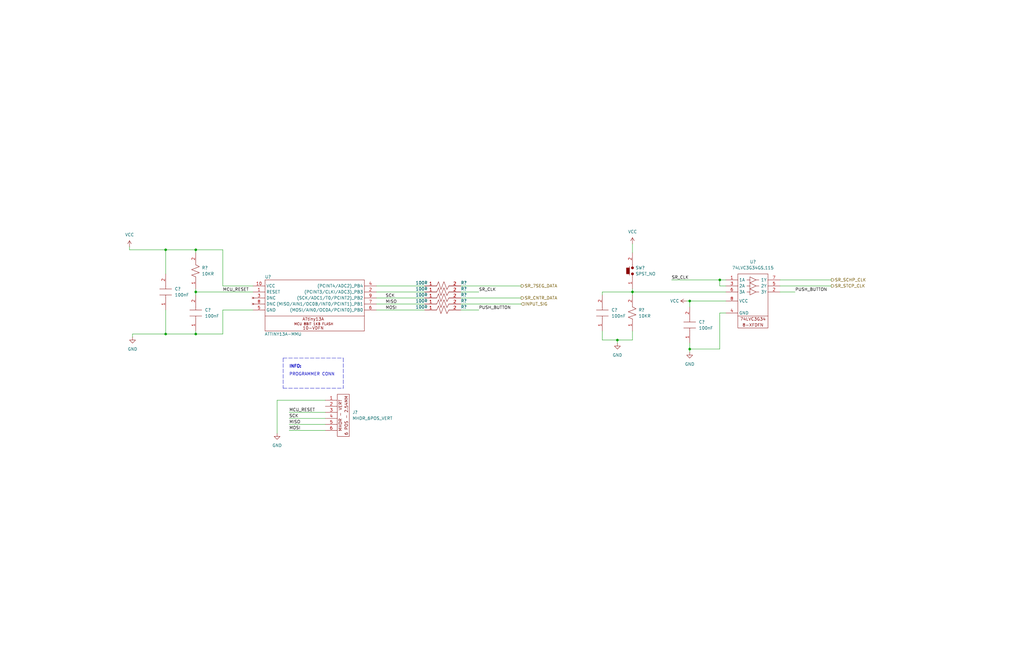
<source format=kicad_sch>
(kicad_sch (version 20211123) (generator eeschema)
  (paper "B")
  (lib_symbols
    (symbol "FREQMeter:100R"
      (property "Reference" "R" (at 16.51 2.54 0))
      (property "Value" "100R" (at -5.08 2.54 0))
      (symbol "100R_0_1"
        (polyline (pts (xy 5.08 0) (xy 5.842 1.778) (xy 6.858 -1.524) (xy 8.128 1.778) (xy 9.398 -1.524) (xy 10.16 0)))
      )
      (symbol "100R_1_1"
        (pin passive line (at 0 0 0) (length 5.08) (name "") (number "1"))
        (pin passive line (at 15.24 0 180) (length 5.08) (name "") (number "2"))
      )
    )
    (symbol "FREQMeter:100nF"
      (property "Reference" "C" (at 15.24 1.27 0))
      (property "Value" "100nF" (at -2.54 1.27 0))
      (symbol "100nF_0_1"
        (polyline (pts (xy 6.35 0) (xy 5.08 0)))
        (polyline (pts (xy 8.89 0) (xy 10.16 0)))
        (polyline (pts (xy 8.89 2.54) (xy 8.89 -2.54)))
        (polyline (pts (xy 6.35 2.54) (xy 6.35 0) (xy 6.35 -2.54)))
      )
      (symbol "100nF_1_1"
        (pin passive line (at 0 0 0) (length 5.08) (name "") (number "1"))
        (pin passive line (at 15.24 0 180) (length 5.08) (name "") (number "2"))
      )
    )
    (symbol "FREQMeter:10KR"
      (property "Reference" "R" (at 16.51 2.54 0))
      (property "Value" "10KR" (at -5.08 2.54 0))
      (symbol "10KR_0_1"
        (polyline (pts (xy 5.08 0) (xy 5.842 1.778) (xy 6.858 -1.524) (xy 8.128 1.778) (xy 9.398 -1.524) (xy 10.16 0)))
      )
      (symbol "10KR_1_1"
        (pin passive line (at 0 0 0) (length 5.08) (name "") (number "1"))
        (pin passive line (at 15.24 0 180) (length 5.08) (name "") (number "2"))
      )
    )
    (symbol "FREQMeter:74LVC3G34GS,115"
      (property "Reference" "U" (at 1.27 6.35 0))
      (property "Value" "74LVC3G34GS,115" (at 8.89 3.81 0))
      (symbol "74LVC3G34GS,115_0_0"
        (text "74LVC3G34" (at 6.35 -19.05 0) (effects (font (size 1.27 1.27))))
        (text "8-XFDFN" (at 6.35 -21.59 0) (effects (font (size 1.27 1.27))))
      )
      (symbol "74LVC3G34GS,115_0_1"
        (polyline (pts (xy 0 -17.78) (xy 12.7 -17.78)))
        (polyline (pts (xy 5.08 -7.62) (xy 3.81 -7.62)))
        (polyline (pts (xy 5.08 -5.08) (xy 3.81 -5.08)))
        (polyline (pts (xy 5.08 -2.54) (xy 3.81 -2.54)))
        (polyline (pts (xy 7.62 -7.62) (xy 8.89 -7.62)))
        (polyline (pts (xy 7.62 -5.08) (xy 8.89 -5.08)))
        (polyline (pts (xy 7.62 -2.54) (xy 8.89 -2.54)))
        (polyline (pts (xy 5.08 -6.35) (xy 5.08 -8.89) (xy 7.62 -7.62) (xy 5.08 -6.35)))
        (polyline (pts (xy 5.08 -3.81) (xy 5.08 -6.35) (xy 7.62 -5.08) (xy 5.08 -3.81)))
        (polyline (pts (xy 5.08 -1.27) (xy 5.08 -3.81) (xy 7.62 -2.54) (xy 5.08 -1.27)))
        (rectangle (start 0 0) (end 12.7 -22.86))
      )
      (symbol "74LVC3G34GS,115_1_1"
        (pin input line (at -5.08 -2.54 0) (length 5.08) (name "1A") (number "1"))
        (pin output line (at 17.78 -7.62 180) (length 5.08) (name "3Y") (number "2"))
        (pin input line (at -5.08 -5.08 0) (length 5.08) (name "2A") (number "3"))
        (pin power_out line (at -5.08 -16.51 0) (length 5.08) (name "GND") (number "4"))
        (pin output line (at 17.78 -5.08 180) (length 5.08) (name "2Y") (number "5"))
        (pin input line (at -5.08 -7.62 0) (length 5.08) (name "3A") (number "6"))
        (pin output line (at 17.78 -2.54 180) (length 5.08) (name "1Y") (number "7"))
        (pin power_in line (at -5.08 -11.43 0) (length 5.08) (name "VCC") (number "8"))
      )
    )
    (symbol "FREQMeter:ATTINY13A-MMU"
      (property "Reference" "U" (at 1.27 1.27 0))
      (property "Value" "ATTINY13A-MMU" (at 7.62 -22.86 0))
      (symbol "ATTINY13A-MMU_0_0"
        (text "10-VDFN" (at 20.32 -20.32 0) (effects (font (size 1.27 1.27))))
        (text "ATtiny13A" (at 20.32 -16.51 0) (effects (font (size 1.27 1.27))))
        (text "MCU 8BIT 1KB FLASH" (at 20.5135 -18.5967 0) (effects (font (size 1.016 1.016))))
      )
      (symbol "ATTINY13A-MMU_0_1"
        (polyline (pts (xy 41.91 -15.24) (xy 0 -15.24)))
        (rectangle (start 0 0) (end 41.91 -21.59))
      )
      (symbol "ATTINY13A-MMU_1_1"
        (pin passive line (at -5.08 -5.08 0) (length 5.08) (name "RESET") (number "1"))
        (pin power_in line (at -5.08 -2.54 0) (length 5.08) (name "VCC") (number "10"))
        (pin bidirectional line (at 46.99 -5.08 180) (length 5.08) (name "(PCINT3/CLKI/ADC3)_PB3") (number "2"))
        (pin no_connect line (at -5.08 -7.62 0) (length 5.08) (name "DNC") (number "3"))
        (pin bidirectional line (at 46.99 -2.54 180) (length 5.08) (name "(PCINT4/ADC2)_PB4") (number "4"))
        (pin power_in line (at -5.08 -12.7 0) (length 5.08) (name "GND") (number "5"))
        (pin bidirectional line (at 46.99 -12.7 180) (length 5.08) (name "(MOSI/AIN0/OC0A/PCINT0)_PB0") (number "6"))
        (pin bidirectional line (at 46.99 -10.16 180) (length 5.08) (name "(MISO/AIN1/OC0B/INT0/PCINT1)_PB1") (number "7"))
        (pin no_connect line (at -5.08 -10.16 0) (length 5.08) (name "DNC") (number "8"))
        (pin bidirectional line (at 46.99 -7.62 180) (length 5.08) (name "(SCK/ADC1/T0/PCINT2)_PB2") (number "9"))
      )
    )
    (symbol "FREQMeter:MHDR_6POS_VERT"
      (property "Reference" "J" (at 0 11.43 0))
      (property "Value" "MHDR_6POS_VERT" (at 5.08 8.89 0))
      (symbol "MHDR_6POS_VERT_0_0"
        (rectangle (start 0 0) (end 5.08 -17.78))
        (text "6 POS - 2.54MM" (at 3.81 -8.89 900) (effects (font (size 1.27 1.27))))
        (text "MHDR - VERT" (at 1.27 -8.89 900) (effects (font (size 1.27 1.27))))
      )
      (symbol "MHDR_6POS_VERT_1_1"
        (pin passive line (at -5.08 -2.54 0) (length 5.08) (name "") (number "1"))
        (pin passive line (at -5.08 -5.08 0) (length 5.08) (name "") (number "2"))
        (pin passive line (at -5.08 -7.62 0) (length 5.08) (name "") (number "3"))
        (pin passive line (at -5.08 -10.16 0) (length 5.08) (name "") (number "4"))
        (pin passive line (at -5.08 -12.7 0) (length 5.08) (name "") (number "5"))
        (pin passive line (at -5.08 -15.24 0) (length 5.08) (name "") (number "6"))
      )
    )
    (symbol "FREQMeter:SPST_NO"
      (property "Reference" "SW" (at 16.51 1.27 0))
      (property "Value" "SPST_NO" (at -3.81 1.27 0))
      (symbol "SPST_NO_0_1"
        (polyline (pts (xy 5.08 0) (xy 6.35 0)))
        (polyline (pts (xy 5.715 1.27) (xy 9.525 1.27)))
        (polyline (pts (xy 10.16 0) (xy 8.89 0)))
        (circle (center 6.35 0) (radius 0.4992) (fill (type outline)))
        (rectangle (start 6.35 2.54) (end 8.89 1.27) (fill (type outline)))
        (circle (center 8.89 0) (radius 0.4992) (fill (type outline)))
      )
      (symbol "SPST_NO_1_1"
        (pin passive line (at 0 0 0) (length 5.08) (name "") (number "1"))
        (pin passive line (at 15.24 0 180) (length 5.08) (name "") (number "2"))
      )
    )
    (symbol "power:GND" (power) (pin_names (offset 0))
      (property "Value" "GND" (at 0 -3.81 0))
      (symbol "GND_0_1"
        (polyline (pts (xy 0 0) (xy 0 -1.27) (xy 1.27 -1.27) (xy 0 -2.54) (xy -1.27 -1.27) (xy 0 -1.27)))
      )
      (symbol "GND_1_1"
        (pin power_in line (at 0 0 270) (length 0) hide (name "GND") (number "1"))
      )
    )
    (symbol "power:VCC" (power) (pin_names (offset 0))
      (property "Value" "VCC" (at 0 3.81 0))
      (symbol "VCC_0_1"
        (polyline (pts (xy -0.762 1.27) (xy 0 2.54)))
        (polyline (pts (xy 0 0) (xy 0 2.54)))
        (polyline (pts (xy 0 2.54) (xy 0.762 1.27)))
      )
      (symbol "VCC_1_1"
        (pin power_in line (at 0 0 90) (length 0) hide (name "VCC") (number "1"))
      )
    )
  )
  (junction (at 69.85 140.97))
  (junction (at 266.7 123.19))
  (junction (at 303.53 118.11))
  (junction (at 260.35 143.51))
  (junction (at 82.55 105.41))
  (junction (at 82.55 140.97))
  (junction (at 69.85 105.41))
  (junction (at 82.55 123.19))
  (junction (at 290.83 127))
  (junction (at 290.83 147.32))
  (wire (pts (xy 137.16 168.91) (xy 116.84 168.91)))
  (wire (pts (xy 158.75 120.65) (xy 179.07 120.65)))
  (wire (pts (xy 69.85 130.81) (xy 69.85 140.97)))
  (wire (pts (xy 290.83 147.32) (xy 290.83 148.59)))
  (polyline (pts (xy 144.78 151.13) (xy 144.78 163.83)))
  (wire (pts (xy 106.68 120.65) (xy 93.98 120.65)))
  (wire (pts (xy 82.55 140.97) (xy 82.55 139.7)))
  (wire (pts (xy 289.56 127) (xy 290.83 127)))
  (wire (pts (xy 266.7 123.19) (xy 306.07 123.19)))
  (wire (pts (xy 194.31 120.65) (xy 219.71 120.65)))
  (wire (pts (xy 290.83 127) (xy 306.07 127)))
  (wire (pts (xy 106.68 130.81) (xy 93.98 130.81)))
  (wire (pts (xy 254 124.46) (xy 254 123.19)))
  (wire (pts (xy 82.55 105.41) (xy 82.55 106.68)))
  (wire (pts (xy 194.31 128.27) (xy 219.71 128.27)))
  (polyline (pts (xy 119.38 151.13) (xy 144.78 151.13)))
  (wire (pts (xy 116.84 168.91) (xy 116.84 182.88)))
  (wire (pts (xy 266.7 139.7) (xy 266.7 143.51)))
  (wire (pts (xy 194.31 123.19) (xy 201.93 123.19)))
  (wire (pts (xy 266.7 123.19) (xy 266.7 124.46)))
  (wire (pts (xy 303.53 118.11) (xy 306.07 118.11)))
  (wire (pts (xy 254 123.19) (xy 266.7 123.19)))
  (wire (pts (xy 82.55 123.19) (xy 106.68 123.19)))
  (wire (pts (xy 328.93 118.11) (xy 350.52 118.11)))
  (wire (pts (xy 82.55 105.41) (xy 69.85 105.41)))
  (wire (pts (xy 290.83 147.32) (xy 290.83 144.78)))
  (wire (pts (xy 93.98 105.41) (xy 82.55 105.41)))
  (wire (pts (xy 121.92 179.07) (xy 137.16 179.07)))
  (wire (pts (xy 303.53 147.32) (xy 290.83 147.32)))
  (wire (pts (xy 54.61 104.14) (xy 54.61 105.41)))
  (wire (pts (xy 158.75 123.19) (xy 179.07 123.19)))
  (wire (pts (xy 93.98 140.97) (xy 82.55 140.97)))
  (wire (pts (xy 82.55 121.92) (xy 82.55 123.19)))
  (wire (pts (xy 328.93 120.65) (xy 350.52 120.65)))
  (wire (pts (xy 158.75 125.73) (xy 179.07 125.73)))
  (wire (pts (xy 93.98 130.81) (xy 93.98 140.97)))
  (wire (pts (xy 260.35 143.51) (xy 260.35 144.78)))
  (wire (pts (xy 306.07 120.65) (xy 303.53 120.65)))
  (wire (pts (xy 303.53 132.08) (xy 303.53 147.32)))
  (wire (pts (xy 283.21 118.11) (xy 303.53 118.11)))
  (wire (pts (xy 55.88 140.97) (xy 55.88 142.24)))
  (polyline (pts (xy 119.38 163.83) (xy 144.78 163.83)))
  (wire (pts (xy 266.7 102.87) (xy 266.7 106.68)))
  (wire (pts (xy 266.7 143.51) (xy 260.35 143.51)))
  (wire (pts (xy 303.53 120.65) (xy 303.53 118.11)))
  (wire (pts (xy 55.88 140.97) (xy 69.85 140.97)))
  (wire (pts (xy 93.98 120.65) (xy 93.98 105.41)))
  (wire (pts (xy 69.85 105.41) (xy 54.61 105.41)))
  (polyline (pts (xy 119.38 151.13) (xy 119.38 163.83)))
  (wire (pts (xy 194.31 130.81) (xy 201.93 130.81)))
  (wire (pts (xy 266.7 121.92) (xy 266.7 123.19)))
  (wire (pts (xy 254 143.51) (xy 254 139.7)))
  (wire (pts (xy 69.85 140.97) (xy 82.55 140.97)))
  (wire (pts (xy 328.93 123.19) (xy 335.28 123.19)))
  (wire (pts (xy 306.07 132.08) (xy 303.53 132.08)))
  (wire (pts (xy 158.75 128.27) (xy 179.07 128.27)))
  (wire (pts (xy 260.35 143.51) (xy 254 143.51)))
  (wire (pts (xy 82.55 123.19) (xy 82.55 124.46)))
  (wire (pts (xy 121.92 173.99) (xy 137.16 173.99)))
  (wire (pts (xy 158.75 130.81) (xy 179.07 130.81)))
  (wire (pts (xy 69.85 105.41) (xy 69.85 115.57)))
  (wire (pts (xy 194.31 125.73) (xy 219.71 125.73)))
  (wire (pts (xy 290.83 127) (xy 290.83 129.54)))
  (wire (pts (xy 121.92 181.61) (xy 137.16 181.61)))
  (wire (pts (xy 121.92 176.53) (xy 137.16 176.53)))
  (text "PROGRAMMER CONN" (at 121.92 158.75 0) (effects (font (size 1.27 1.27)) (justify left bottom)))
  (text "INFO:\n\n" (at 121.92 157.48 0) (effects (font (size 1.27 1.27) (thickness 0.254) bold) (justify left bottom)))
  (label "MISO" (at 162.56 128.27 0))
  (label "MOSI" (at 162.56 130.81 0))
  (label "MOSI" (at 121.92 181.61 0))
  (label "MISO" (at 121.92 179.07 0))
  (label "MCU_RESET" (at 121.92 173.99 0))
  (label "MCU_RESET" (at 93.98 123.19 0))
  (label "PUSH_BUTTON" (at 201.93 130.81 0))
  (label "SR_CLK" (at 283.21 118.11 0))
  (label "SR_CLK" (at 201.93 123.19 0))
  (label "SCK" (at 162.56 125.73 0))
  (label "PUSH_BUTTON" (at 335.28 123.19 0))
  (label "SCK" (at 121.92 176.53 0))
  (hierarchical_label "SR_7SEG_DATA" (shape output) (at 219.71 120.65 0))
  (hierarchical_label "INPUT_SIG" (shape input) (at 219.71 128.27 0))
  (hierarchical_label "SR_STCP_CLK" (shape output) (at 350.52 120.65 0))
  (hierarchical_label "SR_SCHP_CLK" (shape output) (at 350.52 118.11 0))
  (hierarchical_label "SR_CNTR_DATA" (shape output) (at 219.71 125.73 0))
  (symbol (lib_id "FREQMeter:100R") (at 179.07 130.81 0) (unit 1)
    (property "Reference" "R?" (at 195.58 129.54 0))
    (property "Value" "100R" (at 177.8 129.54 0))
    (property "Datasheet" "https://www.seielect.com/catalog/sei-rmcf_rmcp.pdf" (effects hide))
  )
  (symbol (lib_id "FREQMeter:MHDR_6POS_VERT") (at 142.24 166.37 0) (unit 1)
    (property "Reference" "J?" (at 148.59 173.9899 0) (effects (justify left)))
    (property "Value" "MHDR_6POS_VERT" (at 148.59 176.5299 0) (effects (justify left)))
    (property "Datasheet" "https://app.adam-tech.com/products/download/data_sheet/201605/ph1-xx-ua-data-sheet.pdf" (effects hide))
  )
  (symbol (lib_id "power:VCC") (at 54.61 104.14 0) (unit 1)
    (property "Reference" "#PWR?" (effects hide))
    (property "Value" "VCC" (at 54.61 99.06 0))
  )
  (symbol (lib_id "FREQMeter:100nF") (at 254 139.7 90) (unit 1)
    (property "Reference" "C?" (at 257.81 130.8099 90) (effects (justify right)))
    (property "Value" "100nF" (at 257.81 133.3499 90) (effects (justify right)))
  )
  (symbol (lib_id "FREQMeter:100R") (at 179.07 120.65 0) (unit 1)
    (property "Reference" "R?" (at 195.58 119.38 0))
    (property "Value" "100R" (at 177.8 119.38 0))
    (property "Datasheet" "https://www.seielect.com/catalog/sei-rmcf_rmcp.pdf" (effects hide))
  )
  (symbol (lib_id "FREQMeter:ATTINY13A-MMU") (at 111.76 118.11 0) (unit 1)
    (property "Reference" "U?" (at 113.03 116.84 0))
    (property "Value" "ATTINY13A-MMU" (at 119.38 140.97 0))
    (property "Datasheet" "https://ww1.microchip.com/downloads/en/DeviceDoc/ATtiny13A-Data-Sheet-DS40002307A.pdf" (effects hide))
  )
  (symbol (lib_id "FREQMeter:74LVC3G34GS,115") (at 311.15 115.57 0) (unit 1)
    (property "Reference" "U?" (at 317.5 110.49 0))
    (property "Value" "74LVC3G34GS,115" (at 317.5 113.03 0))
    (property "Datasheet" "https://assets.nexperia.com/documents/data-sheet/74LVC3G34.pdf" (effects hide))
  )
  (symbol (lib_id "FREQMeter:100R") (at 179.07 123.19 0) (unit 1)
    (property "Reference" "R?" (at 195.58 121.92 0))
    (property "Value" "100R" (at 177.8 121.92 0))
    (property "Datasheet" "https://www.seielect.com/catalog/sei-rmcf_rmcp.pdf" (effects hide))
  )
  (symbol (lib_id "power:VCC") (at 289.56 127 90) (unit 1)
    (property "Reference" "#PWR?" (effects hide))
    (property "Value" "VCC" (at 284.48 127 90))
  )
  (symbol (lib_id "power:GND") (at 55.88 142.24 0) (unit 1)
    (property "Reference" "#PWR?" (effects hide))
    (property "Value" "GND" (at 55.88 147.32 0))
  )
  (symbol (lib_id "FREQMeter:10KR") (at 266.7 139.7 90) (unit 1)
    (property "Reference" "R?" (at 269.24 130.8099 90) (effects (justify right)))
    (property "Value" "10KR" (at 269.24 133.3499 90) (effects (justify right)))
    (property "Datasheet" "https://www.vishay.com/docs/20037/rcae3.pdf" (effects hide))
  )
  (symbol (lib_id "power:GND") (at 260.35 144.78 0) (unit 1)
    (property "Reference" "#PWR?" (effects hide))
    (property "Value" "GND" (at 260.35 149.86 0))
  )
  (symbol (lib_id "FREQMeter:100R") (at 179.07 128.27 0) (unit 1)
    (property "Reference" "R?" (at 195.58 127 0))
    (property "Value" "100R" (at 177.8 127 0))
    (property "Datasheet" "https://www.seielect.com/catalog/sei-rmcf_rmcp.pdf" (effects hide))
  )
  (symbol (lib_id "FREQMeter:10KR") (at 82.55 121.92 90) (unit 1)
    (property "Reference" "R?" (at 85.09 113.0299 90) (effects (justify right)))
    (property "Value" "10KR" (at 85.09 115.5699 90) (effects (justify right)))
    (property "Datasheet" "https://www.vishay.com/docs/20037/rcae3.pdf" (effects hide))
  )
  (symbol (lib_id "power:GND") (at 290.83 148.59 0) (unit 1)
    (property "Reference" "#PWR?" (effects hide))
    (property "Value" "GND" (at 290.83 153.67 0))
  )
  (symbol (lib_id "FREQMeter:SPST_NO") (at 266.7 121.92 90) (unit 1)
    (property "Reference" "SW?" (at 267.97 113.0299 90) (effects (justify right)))
    (property "Value" "SPST_NO" (at 267.97 115.5699 90) (effects (justify right)))
    (property "Datasheet" "https://sten-eswitch-13110800-production.s3.amazonaws.com/system/asset/product_line/data_sheet/144/TL1105.pdf" (effects hide))
  )
  (symbol (lib_id "power:GND") (at 116.84 182.88 0) (unit 1)
    (property "Reference" "#PWR?" (effects hide))
    (property "Value" "GND" (at 116.84 187.96 0))
  )
  (symbol (lib_id "FREQMeter:100nF") (at 69.85 130.81 90) (unit 1)
    (property "Reference" "C?" (at 73.66 121.9199 90) (effects (justify right)))
    (property "Value" "100nF" (at 73.66 124.4599 90) (effects (justify right)))
  )
  (symbol (lib_id "FREQMeter:100nF") (at 82.55 139.7 90) (unit 1)
    (property "Reference" "C?" (at 86.36 130.8099 90) (effects (justify right)))
    (property "Value" "100nF" (at 86.36 133.3499 90) (effects (justify right)))
  )
  (symbol (lib_id "FREQMeter:100R") (at 179.07 125.73 0) (unit 1)
    (property "Reference" "R?" (at 195.58 124.46 0))
    (property "Value" "100R" (at 177.8 124.46 0))
    (property "Datasheet" "https://www.seielect.com/catalog/sei-rmcf_rmcp.pdf" (effects hide))
  )
  (symbol (lib_id "power:VCC") (at 266.7 102.87 0) (unit 1)
    (property "Reference" "#PWR?" (effects hide))
    (property "Value" "VCC" (at 266.7 97.79 0))
  )
  (symbol (lib_id "FREQMeter:100nF") (at 290.83 144.78 90) (unit 1)
    (property "Reference" "C?" (at 294.64 135.8899 90) (effects (justify right)))
    (property "Value" "100nF" (at 294.64 138.4299 90) (effects (justify right)))
  )
)
</source>
